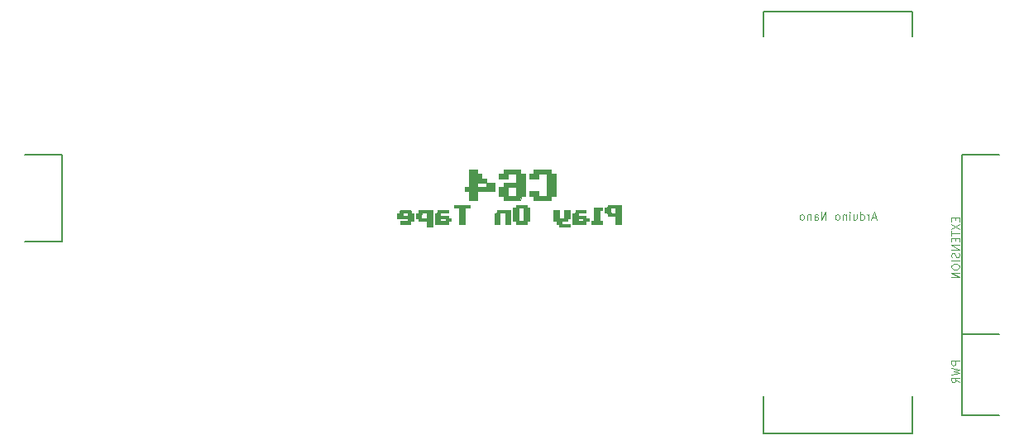
<source format=gbo>
G04 #@! TF.GenerationSoftware,KiCad,Pcbnew,(5.1.8)-1*
G04 #@! TF.CreationDate,2022-02-20T18:46:50+01:00*
G04 #@! TF.ProjectId,PlayOnTape Module,506c6179-4f6e-4546-9170-65204d6f6475,rev?*
G04 #@! TF.SameCoordinates,Original*
G04 #@! TF.FileFunction,Legend,Bot*
G04 #@! TF.FilePolarity,Positive*
%FSLAX46Y46*%
G04 Gerber Fmt 4.6, Leading zero omitted, Abs format (unit mm)*
G04 Created by KiCad (PCBNEW (5.1.8)-1) date 2022-02-20 18:46:50*
%MOMM*%
%LPD*%
G01*
G04 APERTURE LIST*
%ADD10C,0.100000*%
%ADD11C,0.150000*%
%ADD12C,0.200000*%
%ADD13C,0.010000*%
G04 APERTURE END LIST*
D10*
X166096904Y-114503333D02*
X165296904Y-114503333D01*
X165296904Y-114808095D01*
X165335000Y-114884285D01*
X165373095Y-114922380D01*
X165449285Y-114960476D01*
X165563571Y-114960476D01*
X165639761Y-114922380D01*
X165677857Y-114884285D01*
X165715952Y-114808095D01*
X165715952Y-114503333D01*
X165296904Y-115227142D02*
X166096904Y-115417619D01*
X165525476Y-115570000D01*
X166096904Y-115722380D01*
X165296904Y-115912857D01*
X166096904Y-116674761D02*
X165715952Y-116408095D01*
X166096904Y-116217619D02*
X165296904Y-116217619D01*
X165296904Y-116522380D01*
X165335000Y-116598571D01*
X165373095Y-116636666D01*
X165449285Y-116674761D01*
X165563571Y-116674761D01*
X165639761Y-116636666D01*
X165677857Y-116598571D01*
X165715952Y-116522380D01*
X165715952Y-116217619D01*
D11*
X74295000Y-102235000D02*
X70485000Y-102235000D01*
X74295000Y-93345000D02*
X70485000Y-93345000D01*
X74295000Y-102235000D02*
X74295000Y-93345000D01*
D12*
X146050000Y-118110000D02*
X146050000Y-121920000D01*
D10*
X157555714Y-99828333D02*
X157174761Y-99828333D01*
X157631904Y-100056904D02*
X157365238Y-99256904D01*
X157098571Y-100056904D01*
X156831904Y-100056904D02*
X156831904Y-99523571D01*
X156831904Y-99675952D02*
X156793809Y-99599761D01*
X156755714Y-99561666D01*
X156679523Y-99523571D01*
X156603333Y-99523571D01*
X155993809Y-100056904D02*
X155993809Y-99256904D01*
X155993809Y-100018809D02*
X156070000Y-100056904D01*
X156222380Y-100056904D01*
X156298571Y-100018809D01*
X156336666Y-99980714D01*
X156374761Y-99904523D01*
X156374761Y-99675952D01*
X156336666Y-99599761D01*
X156298571Y-99561666D01*
X156222380Y-99523571D01*
X156070000Y-99523571D01*
X155993809Y-99561666D01*
X155270000Y-99523571D02*
X155270000Y-100056904D01*
X155612857Y-99523571D02*
X155612857Y-99942619D01*
X155574761Y-100018809D01*
X155498571Y-100056904D01*
X155384285Y-100056904D01*
X155308095Y-100018809D01*
X155270000Y-99980714D01*
X154889047Y-100056904D02*
X154889047Y-99523571D01*
X154889047Y-99256904D02*
X154927142Y-99295000D01*
X154889047Y-99333095D01*
X154850952Y-99295000D01*
X154889047Y-99256904D01*
X154889047Y-99333095D01*
X154508095Y-99523571D02*
X154508095Y-100056904D01*
X154508095Y-99599761D02*
X154470000Y-99561666D01*
X154393809Y-99523571D01*
X154279523Y-99523571D01*
X154203333Y-99561666D01*
X154165238Y-99637857D01*
X154165238Y-100056904D01*
X153670000Y-100056904D02*
X153746190Y-100018809D01*
X153784285Y-99980714D01*
X153822380Y-99904523D01*
X153822380Y-99675952D01*
X153784285Y-99599761D01*
X153746190Y-99561666D01*
X153670000Y-99523571D01*
X153555714Y-99523571D01*
X153479523Y-99561666D01*
X153441428Y-99599761D01*
X153403333Y-99675952D01*
X153403333Y-99904523D01*
X153441428Y-99980714D01*
X153479523Y-100018809D01*
X153555714Y-100056904D01*
X153670000Y-100056904D01*
X152450952Y-100056904D02*
X152450952Y-99256904D01*
X151993809Y-100056904D01*
X151993809Y-99256904D01*
X151270000Y-100056904D02*
X151270000Y-99637857D01*
X151308095Y-99561666D01*
X151384285Y-99523571D01*
X151536666Y-99523571D01*
X151612857Y-99561666D01*
X151270000Y-100018809D02*
X151346190Y-100056904D01*
X151536666Y-100056904D01*
X151612857Y-100018809D01*
X151650952Y-99942619D01*
X151650952Y-99866428D01*
X151612857Y-99790238D01*
X151536666Y-99752142D01*
X151346190Y-99752142D01*
X151270000Y-99714047D01*
X150889047Y-99523571D02*
X150889047Y-100056904D01*
X150889047Y-99599761D02*
X150850952Y-99561666D01*
X150774761Y-99523571D01*
X150660476Y-99523571D01*
X150584285Y-99561666D01*
X150546190Y-99637857D01*
X150546190Y-100056904D01*
X150050952Y-100056904D02*
X150127142Y-100018809D01*
X150165238Y-99980714D01*
X150203333Y-99904523D01*
X150203333Y-99675952D01*
X150165238Y-99599761D01*
X150127142Y-99561666D01*
X150050952Y-99523571D01*
X149936666Y-99523571D01*
X149860476Y-99561666D01*
X149822380Y-99599761D01*
X149784285Y-99675952D01*
X149784285Y-99904523D01*
X149822380Y-99980714D01*
X149860476Y-100018809D01*
X149936666Y-100056904D01*
X150050952Y-100056904D01*
X165677857Y-99822380D02*
X165677857Y-100089047D01*
X166096904Y-100203333D02*
X166096904Y-99822380D01*
X165296904Y-99822380D01*
X165296904Y-100203333D01*
X165296904Y-100470000D02*
X166096904Y-101003333D01*
X165296904Y-101003333D02*
X166096904Y-100470000D01*
X165296904Y-101193809D02*
X165296904Y-101650952D01*
X166096904Y-101422380D02*
X165296904Y-101422380D01*
X165677857Y-101917619D02*
X165677857Y-102184285D01*
X166096904Y-102298571D02*
X166096904Y-101917619D01*
X165296904Y-101917619D01*
X165296904Y-102298571D01*
X166096904Y-102641428D02*
X165296904Y-102641428D01*
X166096904Y-103098571D01*
X165296904Y-103098571D01*
X166058809Y-103441428D02*
X166096904Y-103555714D01*
X166096904Y-103746190D01*
X166058809Y-103822380D01*
X166020714Y-103860476D01*
X165944523Y-103898571D01*
X165868333Y-103898571D01*
X165792142Y-103860476D01*
X165754047Y-103822380D01*
X165715952Y-103746190D01*
X165677857Y-103593809D01*
X165639761Y-103517619D01*
X165601666Y-103479523D01*
X165525476Y-103441428D01*
X165449285Y-103441428D01*
X165373095Y-103479523D01*
X165335000Y-103517619D01*
X165296904Y-103593809D01*
X165296904Y-103784285D01*
X165335000Y-103898571D01*
X166096904Y-104241428D02*
X165296904Y-104241428D01*
X165296904Y-104774761D02*
X165296904Y-104927142D01*
X165335000Y-105003333D01*
X165411190Y-105079523D01*
X165563571Y-105117619D01*
X165830238Y-105117619D01*
X165982619Y-105079523D01*
X166058809Y-105003333D01*
X166096904Y-104927142D01*
X166096904Y-104774761D01*
X166058809Y-104698571D01*
X165982619Y-104622380D01*
X165830238Y-104584285D01*
X165563571Y-104584285D01*
X165411190Y-104622380D01*
X165335000Y-104698571D01*
X165296904Y-104774761D01*
X166096904Y-105460476D02*
X165296904Y-105460476D01*
X166096904Y-105917619D01*
X165296904Y-105917619D01*
D12*
X161290000Y-121920000D02*
X161290000Y-118110000D01*
X146050000Y-121920000D02*
X161290000Y-121920000D01*
X161290000Y-78740000D02*
X161290000Y-81280000D01*
X146050000Y-78740000D02*
X161290000Y-78740000D01*
X146050000Y-81280000D02*
X146050000Y-78740000D01*
X166370000Y-93345000D02*
X170180000Y-93345000D01*
X166370000Y-111760000D02*
X166370000Y-93345000D01*
X166370000Y-120015000D02*
X170180000Y-120015000D01*
X166370000Y-111760000D02*
X166370000Y-120015000D01*
X170180000Y-111760000D02*
X166370000Y-111760000D01*
D13*
G36*
X115896081Y-96722132D02*
G01*
X115463849Y-96722132D01*
X115463849Y-97154365D01*
X115896081Y-97154365D01*
X115896081Y-98044255D01*
X116785971Y-98044255D01*
X116785971Y-97154365D01*
X118565751Y-97154365D01*
X118565751Y-96264475D01*
X117675861Y-96264475D01*
X117675861Y-96722132D01*
X116785971Y-96722132D01*
X116785971Y-96264475D01*
X117675861Y-96264475D01*
X117675861Y-95834222D01*
X117453388Y-95826876D01*
X117230916Y-95819530D01*
X117223569Y-95597057D01*
X117216223Y-95374585D01*
X116785971Y-95374585D01*
X116785971Y-94942353D01*
X115896081Y-94942353D01*
X115896081Y-96722132D01*
G37*
X115896081Y-96722132D02*
X115463849Y-96722132D01*
X115463849Y-97154365D01*
X115896081Y-97154365D01*
X115896081Y-98044255D01*
X116785971Y-98044255D01*
X116785971Y-97154365D01*
X118565751Y-97154365D01*
X118565751Y-96264475D01*
X117675861Y-96264475D01*
X117675861Y-96722132D01*
X116785971Y-96722132D01*
X116785971Y-96264475D01*
X117675861Y-96264475D01*
X117675861Y-95834222D01*
X117453388Y-95826876D01*
X117230916Y-95819530D01*
X117223569Y-95597057D01*
X117216223Y-95374585D01*
X116785971Y-95374585D01*
X116785971Y-94942353D01*
X115896081Y-94942353D01*
X115896081Y-96722132D01*
G36*
X119455640Y-95374585D02*
G01*
X118997983Y-95374585D01*
X118997983Y-95806817D01*
X119887873Y-95806817D01*
X119887873Y-95374585D01*
X120777763Y-95374585D01*
X120777763Y-96264475D01*
X119457620Y-96264475D01*
X119450274Y-96486947D01*
X119442928Y-96709420D01*
X119220455Y-96716766D01*
X118997983Y-96724112D01*
X118997983Y-97584617D01*
X119220455Y-97591963D01*
X119442928Y-97599310D01*
X119450274Y-97821782D01*
X119457620Y-98044255D01*
X121208015Y-98044255D01*
X121215361Y-97821782D01*
X121222707Y-97599310D01*
X121445180Y-97591963D01*
X121667652Y-97584617D01*
X121667652Y-96696707D01*
X120777763Y-96696707D01*
X120777763Y-97612022D01*
X119887873Y-97612022D01*
X119887873Y-96696707D01*
X120777763Y-96696707D01*
X121667652Y-96696707D01*
X121667652Y-95374585D01*
X121209995Y-95374585D01*
X121209995Y-94942353D01*
X119455640Y-94942353D01*
X119455640Y-95374585D01*
G37*
X119455640Y-95374585D02*
X118997983Y-95374585D01*
X118997983Y-95806817D01*
X119887873Y-95806817D01*
X119887873Y-95374585D01*
X120777763Y-95374585D01*
X120777763Y-96264475D01*
X119457620Y-96264475D01*
X119450274Y-96486947D01*
X119442928Y-96709420D01*
X119220455Y-96716766D01*
X118997983Y-96724112D01*
X118997983Y-97584617D01*
X119220455Y-97591963D01*
X119442928Y-97599310D01*
X119450274Y-97821782D01*
X119457620Y-98044255D01*
X121208015Y-98044255D01*
X121215361Y-97821782D01*
X121222707Y-97599310D01*
X121445180Y-97591963D01*
X121667652Y-97584617D01*
X121667652Y-96696707D01*
X120777763Y-96696707D01*
X120777763Y-97612022D01*
X119887873Y-97612022D01*
X119887873Y-96696707D01*
X120777763Y-96696707D01*
X121667652Y-96696707D01*
X121667652Y-95374585D01*
X121209995Y-95374585D01*
X121209995Y-94942353D01*
X119455640Y-94942353D01*
X119455640Y-95374585D01*
G36*
X122557542Y-95374585D02*
G01*
X122099885Y-95374585D01*
X122099885Y-95806817D01*
X122989775Y-95806817D01*
X122989775Y-95374585D01*
X123879664Y-95374585D01*
X123879664Y-97612022D01*
X122989775Y-97612022D01*
X122989775Y-97154365D01*
X122099885Y-97154365D01*
X122099885Y-97584617D01*
X122322357Y-97591963D01*
X122544830Y-97599310D01*
X122552176Y-97821782D01*
X122559522Y-98044255D01*
X124309917Y-98044255D01*
X124317263Y-97821782D01*
X124324609Y-97599310D01*
X124547082Y-97591963D01*
X124769554Y-97584617D01*
X124769554Y-95374585D01*
X124311897Y-95374585D01*
X124311897Y-94942353D01*
X122557542Y-94942353D01*
X122557542Y-95374585D01*
G37*
X122557542Y-95374585D02*
X122099885Y-95374585D01*
X122099885Y-95806817D01*
X122989775Y-95806817D01*
X122989775Y-95374585D01*
X123879664Y-95374585D01*
X123879664Y-97612022D01*
X122989775Y-97612022D01*
X122989775Y-97154365D01*
X122099885Y-97154365D01*
X122099885Y-97584617D01*
X122322357Y-97591963D01*
X122544830Y-97599310D01*
X122552176Y-97821782D01*
X122559522Y-98044255D01*
X124309917Y-98044255D01*
X124317263Y-97821782D01*
X124324609Y-97599310D01*
X124547082Y-97591963D01*
X124769554Y-97584617D01*
X124769554Y-95374585D01*
X124311897Y-95374585D01*
X124311897Y-94942353D01*
X122557542Y-94942353D01*
X122557542Y-95374585D01*
G36*
X108848210Y-99220180D02*
G01*
X108840525Y-99353664D01*
X108707042Y-99361349D01*
X108573558Y-99369034D01*
X108573558Y-99900311D01*
X109666852Y-99900311D01*
X109666852Y-100179990D01*
X108853238Y-100179990D01*
X108853238Y-100459670D01*
X109946531Y-100459670D01*
X109946531Y-100179990D01*
X110226211Y-100179990D01*
X110226211Y-99620631D01*
X109666852Y-99620631D01*
X109104835Y-99620631D01*
X109112520Y-99487147D01*
X109120205Y-99353664D01*
X109393528Y-99346447D01*
X109666852Y-99339231D01*
X109666852Y-99620631D01*
X110226211Y-99620631D01*
X110226211Y-99369034D01*
X110092728Y-99361349D01*
X109959244Y-99353664D01*
X109951559Y-99220180D01*
X109943874Y-99086697D01*
X108855895Y-99086697D01*
X108848210Y-99220180D01*
G37*
X108848210Y-99220180D02*
X108840525Y-99353664D01*
X108707042Y-99361349D01*
X108573558Y-99369034D01*
X108573558Y-99900311D01*
X109666852Y-99900311D01*
X109666852Y-100179990D01*
X108853238Y-100179990D01*
X108853238Y-100459670D01*
X109946531Y-100459670D01*
X109946531Y-100179990D01*
X110226211Y-100179990D01*
X110226211Y-99620631D01*
X109666852Y-99620631D01*
X109104835Y-99620631D01*
X109112520Y-99487147D01*
X109120205Y-99353664D01*
X109393528Y-99346447D01*
X109666852Y-99339231D01*
X109666852Y-99620631D01*
X110226211Y-99620631D01*
X110226211Y-99369034D01*
X110092728Y-99361349D01*
X109959244Y-99353664D01*
X109951559Y-99220180D01*
X109943874Y-99086697D01*
X108855895Y-99086697D01*
X108848210Y-99220180D01*
G36*
X112712875Y-99220180D02*
G01*
X112705190Y-99353664D01*
X112571706Y-99361349D01*
X112438223Y-99369034D01*
X112438223Y-100459670D01*
X113811196Y-100459670D01*
X113811196Y-100179990D01*
X113531516Y-100179990D01*
X112969500Y-100179990D01*
X112977185Y-100046507D01*
X112984870Y-99913023D01*
X113258193Y-99905807D01*
X113531516Y-99898590D01*
X113531516Y-100179990D01*
X113811196Y-100179990D01*
X114090876Y-100179990D01*
X114090876Y-99900311D01*
X113811196Y-99900311D01*
X113811196Y-99620631D01*
X112969500Y-99620631D01*
X112977185Y-99487147D01*
X112984870Y-99353664D01*
X113811196Y-99339692D01*
X113811196Y-99086697D01*
X112720560Y-99086697D01*
X112712875Y-99220180D01*
G37*
X112712875Y-99220180D02*
X112705190Y-99353664D01*
X112571706Y-99361349D01*
X112438223Y-99369034D01*
X112438223Y-100459670D01*
X113811196Y-100459670D01*
X113811196Y-100179990D01*
X113531516Y-100179990D01*
X112969500Y-100179990D01*
X112977185Y-100046507D01*
X112984870Y-99913023D01*
X113258193Y-99905807D01*
X113531516Y-99898590D01*
X113531516Y-100179990D01*
X113811196Y-100179990D01*
X114090876Y-100179990D01*
X114090876Y-99900311D01*
X113811196Y-99900311D01*
X113811196Y-99620631D01*
X112969500Y-99620631D01*
X112977185Y-99487147D01*
X112984870Y-99353664D01*
X113811196Y-99339692D01*
X113811196Y-99086697D01*
X112720560Y-99086697D01*
X112712875Y-99220180D01*
G36*
X114370555Y-98807017D02*
G01*
X114929915Y-98807017D01*
X114929915Y-100459670D01*
X115463849Y-100459670D01*
X115463849Y-98807017D01*
X116023208Y-98807017D01*
X116023208Y-98527338D01*
X114370555Y-98527338D01*
X114370555Y-98807017D01*
G37*
X114370555Y-98807017D02*
X114929915Y-98807017D01*
X114929915Y-100459670D01*
X115463849Y-100459670D01*
X115463849Y-98807017D01*
X116023208Y-98807017D01*
X116023208Y-98527338D01*
X114370555Y-98527338D01*
X114370555Y-98807017D01*
G36*
X118789552Y-99220180D02*
G01*
X118781867Y-99353664D01*
X118648383Y-99361349D01*
X118514900Y-99369034D01*
X118514900Y-100459670D01*
X119047842Y-100459670D01*
X119061546Y-99353664D01*
X119334870Y-99346447D01*
X119608193Y-99339231D01*
X119608193Y-100459670D01*
X120167552Y-100459670D01*
X120167552Y-99086697D01*
X118797237Y-99086697D01*
X118789552Y-99220180D01*
G37*
X118789552Y-99220180D02*
X118781867Y-99353664D01*
X118648383Y-99361349D01*
X118514900Y-99369034D01*
X118514900Y-100459670D01*
X119047842Y-100459670D01*
X119061546Y-99353664D01*
X119334870Y-99346447D01*
X119608193Y-99339231D01*
X119608193Y-100459670D01*
X120167552Y-100459670D01*
X120167552Y-99086697D01*
X118797237Y-99086697D01*
X118789552Y-99220180D01*
G36*
X120721884Y-98660821D02*
G01*
X120714199Y-98794305D01*
X120580716Y-98801990D01*
X120447232Y-98809675D01*
X120447232Y-100179990D01*
X120726912Y-100179990D01*
X120726912Y-100459670D01*
X121820205Y-100459670D01*
X121820205Y-100179990D01*
X122099885Y-100179990D01*
X122099885Y-98807017D01*
X121820205Y-98807017D01*
X121540525Y-98807017D01*
X121540525Y-100179990D01*
X120981166Y-100179990D01*
X120981166Y-98807017D01*
X121540525Y-98807017D01*
X121820205Y-98807017D01*
X121820205Y-98527338D01*
X120729569Y-98527338D01*
X120721884Y-98660821D01*
G37*
X120721884Y-98660821D02*
X120714199Y-98794305D01*
X120580716Y-98801990D01*
X120447232Y-98809675D01*
X120447232Y-100179990D01*
X120726912Y-100179990D01*
X120726912Y-100459670D01*
X121820205Y-100459670D01*
X121820205Y-100179990D01*
X122099885Y-100179990D01*
X122099885Y-98807017D01*
X121820205Y-98807017D01*
X121540525Y-98807017D01*
X121540525Y-100179990D01*
X120981166Y-100179990D01*
X120981166Y-98807017D01*
X121540525Y-98807017D01*
X121820205Y-98807017D01*
X121820205Y-98527338D01*
X120729569Y-98527338D01*
X120721884Y-98660821D01*
G36*
X126798561Y-99220180D02*
G01*
X126790876Y-99353664D01*
X126657392Y-99361349D01*
X126523909Y-99369034D01*
X126523909Y-100459670D01*
X127896882Y-100459670D01*
X127896882Y-100179990D01*
X127617202Y-100179990D01*
X127055185Y-100179990D01*
X127062870Y-100046507D01*
X127070555Y-99913023D01*
X127343879Y-99905807D01*
X127617202Y-99898590D01*
X127617202Y-100179990D01*
X127896882Y-100179990D01*
X128176561Y-100179990D01*
X128176561Y-99900311D01*
X127896882Y-99900311D01*
X127896882Y-99620631D01*
X127055185Y-99620631D01*
X127062870Y-99487147D01*
X127070555Y-99353664D01*
X127483719Y-99346678D01*
X127896882Y-99339692D01*
X127896882Y-99086697D01*
X126806246Y-99086697D01*
X126798561Y-99220180D01*
G37*
X126798561Y-99220180D02*
X126790876Y-99353664D01*
X126657392Y-99361349D01*
X126523909Y-99369034D01*
X126523909Y-100459670D01*
X127896882Y-100459670D01*
X127896882Y-100179990D01*
X127617202Y-100179990D01*
X127055185Y-100179990D01*
X127062870Y-100046507D01*
X127070555Y-99913023D01*
X127343879Y-99905807D01*
X127617202Y-99898590D01*
X127617202Y-100179990D01*
X127896882Y-100179990D01*
X128176561Y-100179990D01*
X128176561Y-99900311D01*
X127896882Y-99900311D01*
X127896882Y-99620631D01*
X127055185Y-99620631D01*
X127062870Y-99487147D01*
X127070555Y-99353664D01*
X127483719Y-99346678D01*
X127896882Y-99339692D01*
X127896882Y-99086697D01*
X126806246Y-99086697D01*
X126798561Y-99220180D01*
G36*
X128710495Y-100179990D02*
G01*
X128456241Y-100179990D01*
X128456241Y-100459670D01*
X129549534Y-100459670D01*
X129549534Y-100179990D01*
X129269855Y-100179990D01*
X129269855Y-99086697D01*
X129549534Y-99086697D01*
X129549534Y-98807017D01*
X128710495Y-98807017D01*
X128710495Y-100179990D01*
G37*
X128710495Y-100179990D02*
X128456241Y-100179990D01*
X128456241Y-100459670D01*
X129549534Y-100459670D01*
X129549534Y-100179990D01*
X129269855Y-100179990D01*
X129269855Y-99086697D01*
X129549534Y-99086697D01*
X129549534Y-98807017D01*
X128710495Y-98807017D01*
X128710495Y-100179990D01*
G36*
X130103866Y-98660821D02*
G01*
X130096181Y-98794305D01*
X129962697Y-98801990D01*
X129829214Y-98809675D01*
X129829214Y-99338294D01*
X129962697Y-99345979D01*
X130096181Y-99353664D01*
X130103866Y-99487147D01*
X130111551Y-99620631D01*
X130922507Y-99620631D01*
X130922507Y-100459670D01*
X131481867Y-100459670D01*
X131481867Y-98807017D01*
X130922507Y-98807017D01*
X130922507Y-99368097D01*
X130649184Y-99360881D01*
X130375861Y-99353664D01*
X130368644Y-99080341D01*
X130361428Y-98807017D01*
X130922507Y-98807017D01*
X131481867Y-98807017D01*
X131481867Y-98527338D01*
X130111551Y-98527338D01*
X130103866Y-98660821D01*
G37*
X130103866Y-98660821D02*
X130096181Y-98794305D01*
X129962697Y-98801990D01*
X129829214Y-98809675D01*
X129829214Y-99338294D01*
X129962697Y-99345979D01*
X130096181Y-99353664D01*
X130103866Y-99487147D01*
X130111551Y-99620631D01*
X130922507Y-99620631D01*
X130922507Y-100459670D01*
X131481867Y-100459670D01*
X131481867Y-98807017D01*
X130922507Y-98807017D01*
X130922507Y-99368097D01*
X130649184Y-99360881D01*
X130375861Y-99353664D01*
X130368644Y-99080341D01*
X130361428Y-98807017D01*
X130922507Y-98807017D01*
X131481867Y-98807017D01*
X131481867Y-98527338D01*
X130111551Y-98527338D01*
X130103866Y-98660821D01*
G36*
X110780543Y-99220180D02*
G01*
X110772858Y-99353664D01*
X110639374Y-99361349D01*
X110505891Y-99369034D01*
X110505891Y-99897653D01*
X110639374Y-99905338D01*
X110772858Y-99913023D01*
X110780543Y-100046507D01*
X110788228Y-100179990D01*
X111599184Y-100179990D01*
X111599184Y-100739350D01*
X112158543Y-100739350D01*
X112158543Y-99900311D01*
X111599184Y-99900311D01*
X111038104Y-99900311D01*
X111045321Y-99626987D01*
X111052537Y-99353664D01*
X111325861Y-99346447D01*
X111599184Y-99339231D01*
X111599184Y-99900311D01*
X112158543Y-99900311D01*
X112158543Y-99086697D01*
X110788228Y-99086697D01*
X110780543Y-99220180D01*
G37*
X110780543Y-99220180D02*
X110772858Y-99353664D01*
X110639374Y-99361349D01*
X110505891Y-99369034D01*
X110505891Y-99897653D01*
X110639374Y-99905338D01*
X110772858Y-99913023D01*
X110780543Y-100046507D01*
X110788228Y-100179990D01*
X111599184Y-100179990D01*
X111599184Y-100739350D01*
X112158543Y-100739350D01*
X112158543Y-99900311D01*
X111599184Y-99900311D01*
X111038104Y-99900311D01*
X111045321Y-99626987D01*
X111052537Y-99353664D01*
X111325861Y-99346447D01*
X111599184Y-99339231D01*
X111599184Y-99900311D01*
X112158543Y-99900311D01*
X112158543Y-99086697D01*
X110788228Y-99086697D01*
X110780543Y-99220180D01*
G36*
X125684870Y-99900311D02*
G01*
X125125510Y-99900311D01*
X125125510Y-99086697D01*
X124591576Y-99086697D01*
X124591576Y-100179990D01*
X124871256Y-100179990D01*
X124871256Y-100459670D01*
X125150936Y-100459670D01*
X125150936Y-100739350D01*
X126244229Y-100739350D01*
X126244229Y-100459670D01*
X125405190Y-100459670D01*
X125405190Y-100179990D01*
X125964549Y-100179990D01*
X125964549Y-99900311D01*
X126244229Y-99900311D01*
X126244229Y-99086697D01*
X125684870Y-99086697D01*
X125684870Y-99900311D01*
G37*
X125684870Y-99900311D02*
X125125510Y-99900311D01*
X125125510Y-99086697D01*
X124591576Y-99086697D01*
X124591576Y-100179990D01*
X124871256Y-100179990D01*
X124871256Y-100459670D01*
X125150936Y-100459670D01*
X125150936Y-100739350D01*
X126244229Y-100739350D01*
X126244229Y-100459670D01*
X125405190Y-100459670D01*
X125405190Y-100179990D01*
X125964549Y-100179990D01*
X125964549Y-99900311D01*
X126244229Y-99900311D01*
X126244229Y-99086697D01*
X125684870Y-99086697D01*
X125684870Y-99900311D01*
M02*

</source>
